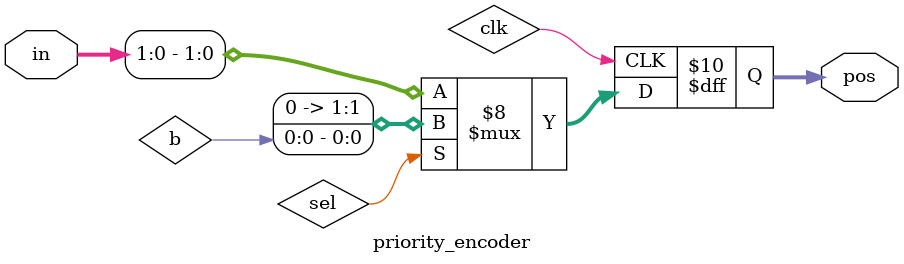
<source format=v>
module priority_encoder( 
input [2:0] in,
output reg [1:0] pos ); 
// When sel=1, assign b to out
// When sel=0, assign a to out
// When sel=2, assign a to out
// When sel=3, assign b to out
always @(posedge clk) begin
  if (sel == 1) begin
    pos <= b;
  end
  else if (sel == 2) begin
    pos <= b;
  end
  else begin
    pos <= in;
  end
end
endmodule

</source>
